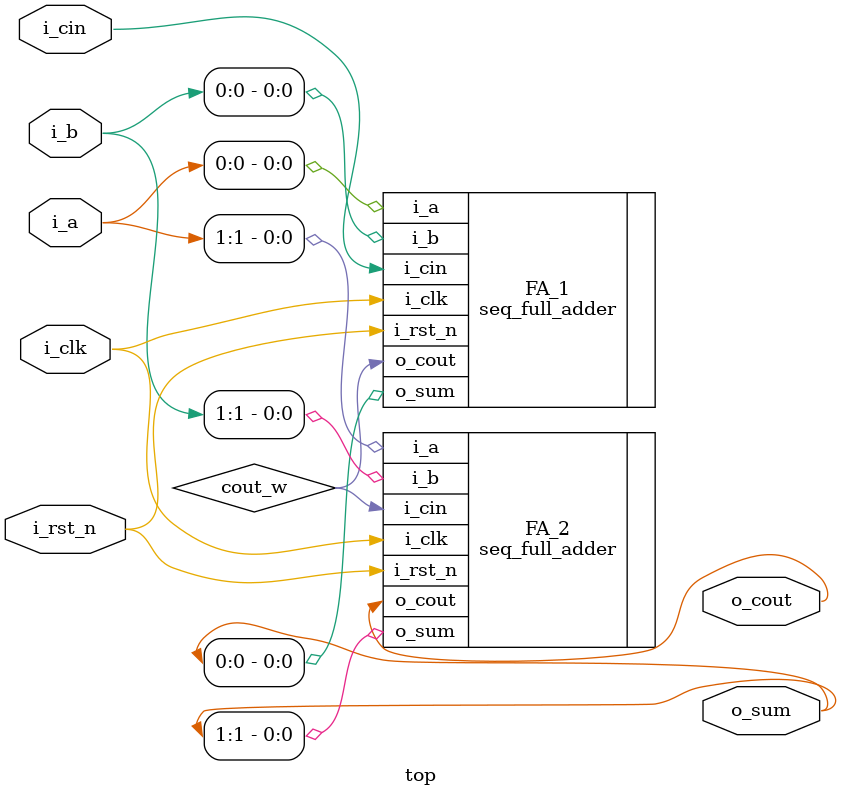
<source format=v>
`timescale 1ns / 1ps


module top(
    input i_clk,
    input i_rst_n,
    input [1:0] i_a,
    input [1:0] i_b,
    input i_cin,
    output [1:0] o_sum,
    output o_cout
    );
    
    wire cout_w;
    seq_full_adder FA_1(
        .i_clk(i_clk),
        .i_rst_n(i_rst_n),
        .i_a(i_a[0]),
        .i_b(i_b[0]),
        .i_cin(i_cin),
        .o_sum(o_sum[0]),
        .o_cout(cout_w)
    );
    
    seq_full_adder FA_2(
        .i_clk(i_clk),
        .i_rst_n(i_rst_n),
        .i_a(i_a[1]),
        .i_b(i_b[1]),
        .i_cin(cout_w),
        .o_sum(o_sum[1]),
        .o_cout(o_cout)
    );
endmodule

</source>
